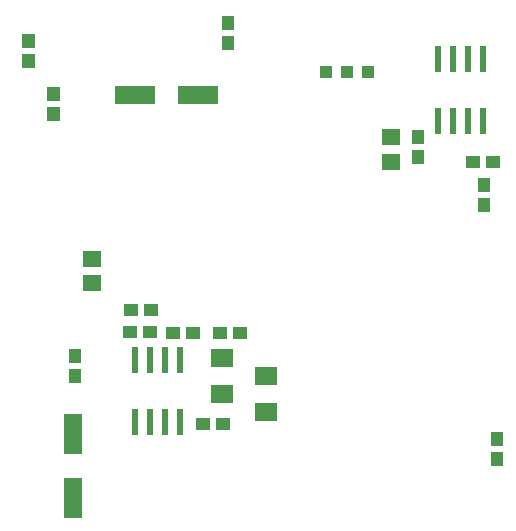
<source format=gtp>
G04 MADE WITH FRITZING*
G04 WWW.FRITZING.ORG*
G04 DOUBLE SIDED*
G04 HOLES PLATED*
G04 CONTOUR ON CENTER OF CONTOUR VECTOR*
%ASAXBY*%
%FSLAX23Y23*%
%MOIN*%
%OFA0B0*%
%SFA1.0B1.0*%
%ADD10R,0.043307X0.047244*%
%ADD11R,0.137795X0.062992*%
%ADD12R,0.039370X0.039370*%
%ADD13R,0.074803X0.062992*%
%ADD14R,0.024000X0.087000*%
%ADD15R,0.047244X0.043307*%
%ADD16R,0.059055X0.055118*%
%ADD17R,0.062992X0.137795*%
%ADD18R,0.001000X0.001000*%
%LNPASTEMASK1*%
G90*
G70*
G54D10*
X751Y2372D03*
X751Y2439D03*
G54D11*
X440Y2199D03*
X653Y2199D03*
G54D12*
X1147Y2275D03*
X1219Y2275D03*
X1077Y2274D03*
G54D13*
X877Y1263D03*
X877Y1141D03*
X730Y1322D03*
X730Y1200D03*
G54D14*
X1501Y2113D03*
X1451Y2319D03*
X1551Y2319D03*
X1551Y2113D03*
X1501Y2319D03*
X1601Y2113D03*
X1601Y2319D03*
X1451Y2113D03*
X542Y1314D03*
X592Y1108D03*
X492Y1108D03*
X492Y1314D03*
X542Y1108D03*
X442Y1314D03*
X442Y1108D03*
X592Y1314D03*
G54D15*
X1568Y1975D03*
X1635Y1975D03*
G54D16*
X1294Y1976D03*
X1294Y2057D03*
G54D10*
X1649Y984D03*
X1649Y1051D03*
X1384Y1990D03*
X1384Y2057D03*
G54D15*
X734Y1102D03*
X667Y1102D03*
G54D10*
X1606Y1832D03*
X1606Y1899D03*
G54D16*
X298Y1651D03*
X298Y1571D03*
G54D15*
X493Y1408D03*
X426Y1408D03*
G54D10*
X240Y1261D03*
X240Y1328D03*
G54D15*
X428Y1482D03*
X495Y1482D03*
X726Y1405D03*
X793Y1405D03*
X569Y1405D03*
X636Y1405D03*
G54D17*
X236Y1069D03*
X236Y856D03*
G36*
X190Y2177D02*
X147Y2177D01*
X147Y2224D01*
X190Y2224D01*
X190Y2177D01*
G37*
D02*
G36*
X190Y2110D02*
X147Y2110D01*
X147Y2157D01*
X190Y2157D01*
X190Y2110D01*
G37*
D02*
G36*
X107Y2356D02*
X64Y2356D01*
X64Y2403D01*
X107Y2403D01*
X107Y2356D01*
G37*
D02*
G36*
X107Y2289D02*
X64Y2289D01*
X64Y2336D01*
X107Y2336D01*
X107Y2289D01*
G37*
D02*
G54D18*
D02*
G04 End of PasteMask1*
M02*
</source>
